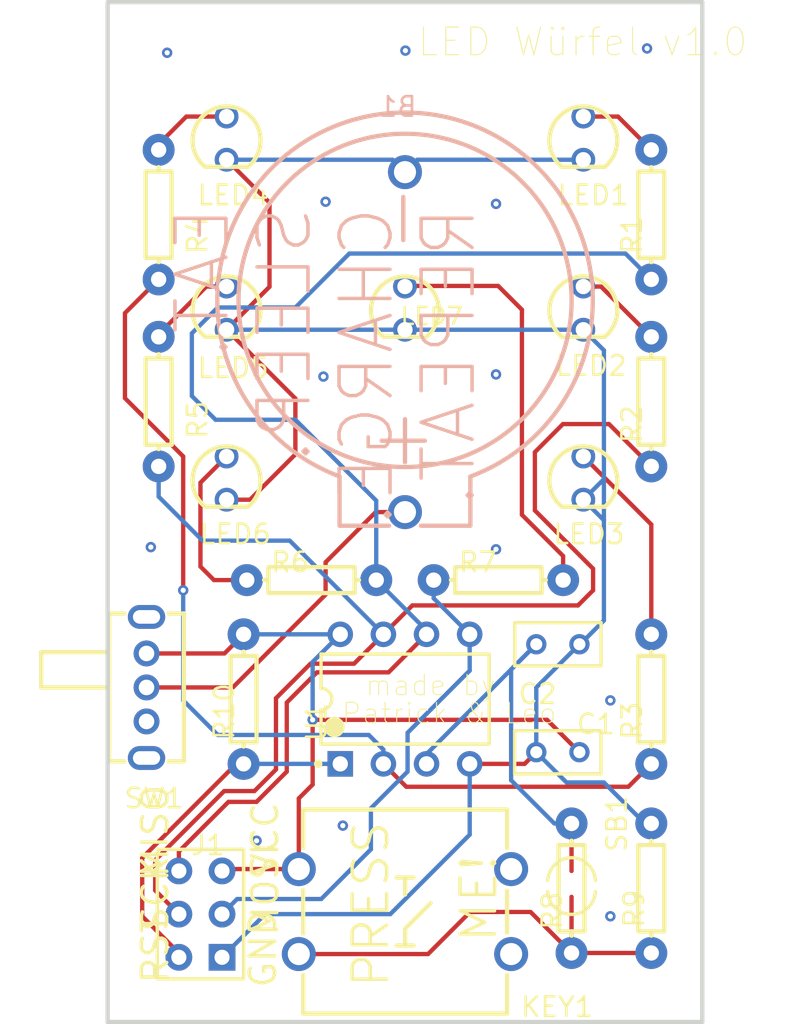
<source format=kicad_pcb>
(kicad_pcb (version 20221018) (generator pcbnew)
  (layers (0 "F.Cu" signal) (31 "B.Cu" signal) (34 "B.Paste" user) (35 "F.Paste" user) (36 "B.SilkS" user "B.Silkscreen") (37 "F.SilkS" user "F.Silkscreen") (38 "B.Mask" user) (39 "F.Mask" user) (44 "Edge.Cuts" user))
  (net 0 "")
  (footprint "easyeda:LED-TH_BD3.0_RED" (layer "F.Cu") (at 142.509 93.095)
    (fp_text reference "LED6" (at -1.682 3.298) (layer "F.SilkS") (effects (font (size 1.143 1.143) (thickness 0.152)) (justify left)))
    (fp_text value "LED-TH-3mm_R" hide)
    (fp_line (start -1.27 1.681) (end 1.278 1.687) (stroke (width 0.254)) (layer "F.SilkS"))
    (fp_arc (start -1.269 1.681) (mid -0.002292 -1.865624) (end 1.265452 1.68063) (stroke (width 0.254)) (layer "F.SilkS"))
    (pad "1" thru_hole circle (at 0 -1.27 90) (size 1.4 1.4) (drill 0.9) (layers "*.Cu" "*.Paste" "*.Mask"))
    (pad "2" thru_hole circle (at 0 1.27 90) (size 1.4 1.4) (drill 0.9) (layers "*.Cu" "*.Paste" "*.Mask"))
  )
  (footprint "easyeda:LED-TH_BD3.0_RED" (layer "F.Cu") (at 163.509 83.095)
    (fp_text reference "LED2" (at -1.743 3.392) (layer "F.SilkS") (effects (font (size 1.143 1.143) (thickness 0.152)) (justify left)))
    (fp_text value "LED-TH-3mm_R" hide)
    (fp_line (start -1.27 1.681) (end 1.278 1.687) (stroke (width 0.254)) (layer "F.SilkS"))
    (fp_arc (start -1.269 1.681) (mid -0.002292 -1.865624) (end 1.265452 1.68063) (stroke (width 0.254)) (layer "F.SilkS"))
    (pad "1" thru_hole circle (at 0 -1.27 90) (size 1.4 1.4) (drill 0.9) (layers "*.Cu" "*.Paste" "*.Mask"))
    (pad "2" thru_hole circle (at 0 1.27 90) (size 1.4 1.4) (drill 0.9) (layers "*.Cu" "*.Paste" "*.Mask"))
  )
  (footprint "easyeda:R_AXIAL-0.3" (layer "F.Cu") (at 158.509 99.095 180)
    (fp_text reference "R7" (at 2.426 1.051) (layer "F.SilkS") (effects (font (size 1.143 1.143) (thickness 0.152)) (justify left)))
    (fp_text value "680" hide)
    (fp_line (start -2.54 -0.762) (end 2.54 -0.762) (stroke (width 0.254)) (layer "F.SilkS"))
    (fp_line (start -2.54 0) (end -2.794 0) (stroke (width 0.254)) (layer "F.SilkS"))
    (fp_line (start -2.54 0) (end -2.54 -0.762) (stroke (width 0.254)) (layer "F.SilkS"))
    (fp_line (start -2.54 0.762) (end -2.54 0) (stroke (width 0.254)) (layer "F.SilkS"))
    (fp_line (start 2.54 -0.762) (end 2.54 0) (stroke (width 0.254)) (layer "F.SilkS"))
    (fp_line (start 2.54 0) (end 2.54 0.762) (stroke (width 0.254)) (layer "F.SilkS"))
    (fp_line (start 2.54 0) (end 2.794 0) (stroke (width 0.254)) (layer "F.SilkS"))
    (fp_line (start 2.54 0.762) (end -2.54 0.762) (stroke (width 0.254)) (layer "F.SilkS"))
    (pad "1" thru_hole circle (at -3.81 0 180) (size 1.88 1.88) (drill 0.899) (layers "*.Cu" "*.Paste" "*.Mask"))
    (pad "2" thru_hole circle (at 3.81 0 180) (size 1.88 1.88) (drill 0.899) (layers "*.Cu" "*.Paste" "*.Mask"))
  )
  (footprint "easyeda:LED-TH_BD3.0_RED" (layer "F.Cu") (at 153.009 83.095)
    (fp_text reference "LED7" (at -0.355 0.471) (layer "F.SilkS") (effects (font (thickness 0.152)) (justify left)))
    (fp_text value "LED-TH-3mm_R" hide)
    (fp_line (start -1.27 1.681) (end 1.278 1.687) (stroke (width 0.254)) (layer "F.SilkS"))
    (fp_arc (start -1.269 1.681) (mid -0.002292 -1.865624) (end 1.265452 1.68063) (stroke (width 0.254)) (layer "F.SilkS"))
    (pad "1" thru_hole circle (at 0 -1.27 90) (size 1.4 1.4) (drill 0.9) (layers "*.Cu" "*.Paste" "*.Mask"))
    (pad "2" thru_hole circle (at 0 1.27 90) (size 1.4 1.4) (drill 0.9) (layers "*.Cu" "*.Paste" "*.Mask"))
  )
  (footprint "easyeda:R_AXIAL-0.3" (layer "F.Cu") (at 167.509 77.595 -90)
    (fp_text reference "R1" (at 2.413 1.143 90) (layer "F.SilkS") (effects (font (size 1.143 1.143) (thickness 0.152)) (justify left)))
    (fp_text value "680" hide)
    (fp_line (start -2.54 -0.762) (end 2.54 -0.762) (stroke (width 0.254)) (layer "F.SilkS"))
    (fp_line (start -2.54 0) (end -2.794 0) (stroke (width 0.254)) (layer "F.SilkS"))
    (fp_line (start -2.54 0) (end -2.54 -0.762) (stroke (width 0.254)) (layer "F.SilkS"))
    (fp_line (start -2.54 0.762) (end -2.54 0) (stroke (width 0.254)) (layer "F.SilkS"))
    (fp_line (start 2.54 -0.762) (end 2.54 0) (stroke (width 0.254)) (layer "F.SilkS"))
    (fp_line (start 2.54 0) (end 2.54 0.762) (stroke (width 0.254)) (layer "F.SilkS"))
    (fp_line (start 2.54 0) (end 2.794 0) (stroke (width 0.254)) (layer "F.SilkS"))
    (fp_line (start 2.54 0.762) (end -2.54 0.762) (stroke (width 0.254)) (layer "F.SilkS"))
    (pad "1" thru_hole circle (at -3.81 0 270) (size 1.88 1.88) (drill 0.899) (layers "*.Cu" "*.Paste" "*.Mask"))
    (pad "2" thru_hole circle (at 3.81 0 270) (size 1.88 1.88) (drill 0.899) (layers "*.Cu" "*.Paste" "*.Mask"))
  )
  (footprint "easyeda:LED-TH_BD3.0_RED" (layer "F.Cu") (at 142.509 83.095)
    (fp_text reference "LED5" (at -1.809 3.519) (layer "F.SilkS") (effects (font (size 1.143 1.143) (thickness 0.152)) (justify left)))
    (fp_text value "LED-TH-3mm_R" hide)
    (fp_line (start -1.27 1.681) (end 1.278 1.687) (stroke (width 0.254)) (layer "F.SilkS"))
    (fp_arc (start -1.269 1.681) (mid -0.002292 -1.865624) (end 1.265452 1.68063) (stroke (width 0.254)) (layer "F.SilkS"))
    (pad "1" thru_hole circle (at 0 -1.27 90) (size 1.4 1.4) (drill 0.9) (layers "*.Cu" "*.Paste" "*.Mask"))
    (pad "2" thru_hole circle (at 0 1.27 90) (size 1.4 1.4) (drill 0.9) (layers "*.Cu" "*.Paste" "*.Mask"))
  )
  (footprint "easyeda:R_AXIAL-0.3" (layer "F.Cu") (at 147.509 99.095)
    (fp_text reference "R6" (at -2.475 -1.051) (layer "F.SilkS") (effects (font (size 1.143 1.143) (thickness 0.152)) (justify left)))
    (fp_text value "680" hide)
    (fp_line (start -2.54 -0.762) (end 2.54 -0.762) (stroke (width 0.254)) (layer "F.SilkS"))
    (fp_line (start -2.54 0) (end -2.794 0) (stroke (width 0.254)) (layer "F.SilkS"))
    (fp_line (start -2.54 0) (end -2.54 -0.762) (stroke (width 0.254)) (layer "F.SilkS"))
    (fp_line (start -2.54 0.762) (end -2.54 0) (stroke (width 0.254)) (layer "F.SilkS"))
    (fp_line (start 2.54 -0.762) (end 2.54 0) (stroke (width 0.254)) (layer "F.SilkS"))
    (fp_line (start 2.54 0) (end 2.54 0.762) (stroke (width 0.254)) (layer "F.SilkS"))
    (fp_line (start 2.54 0) (end 2.794 0) (stroke (width 0.254)) (layer "F.SilkS"))
    (fp_line (start 2.54 0.762) (end -2.54 0.762) (stroke (width 0.254)) (layer "F.SilkS"))
    (pad "1" thru_hole circle (at -3.81 0) (size 1.88 1.88) (drill 0.899) (layers "*.Cu" "*.Paste" "*.Mask"))
    (pad "2" thru_hole circle (at 3.81 0) (size 1.88 1.88) (drill 0.899) (layers "*.Cu" "*.Paste" "*.Mask"))
  )
  (footprint "easyeda:R_AXIAL-0.3" (layer "F.Cu") (at 167.509 106.095 -90)
    (fp_text reference "R3" (at 2.49 1.139 90) (layer "F.SilkS") (effects (font (size 1.143 1.143) (thickness 0.152)) (justify left)))
    (fp_text value "680" hide)
    (fp_line (start -2.54 -0.762) (end 2.54 -0.762) (stroke (width 0.254)) (layer "F.SilkS"))
    (fp_line (start -2.54 0) (end -2.794 0) (stroke (width 0.254)) (layer "F.SilkS"))
    (fp_line (start -2.54 0) (end -2.54 -0.762) (stroke (width 0.254)) (layer "F.SilkS"))
    (fp_line (start -2.54 0.762) (end -2.54 0) (stroke (width 0.254)) (layer "F.SilkS"))
    (fp_line (start 2.54 -0.762) (end 2.54 0) (stroke (width 0.254)) (layer "F.SilkS"))
    (fp_line (start 2.54 0) (end 2.54 0.762) (stroke (width 0.254)) (layer "F.SilkS"))
    (fp_line (start 2.54 0) (end 2.794 0) (stroke (width 0.254)) (layer "F.SilkS"))
    (fp_line (start 2.54 0.762) (end -2.54 0.762) (stroke (width 0.254)) (layer "F.SilkS"))
    (pad "1" thru_hole circle (at -3.81 0 270) (size 1.88 1.88) (drill 0.899) (layers "*.Cu" "*.Paste" "*.Mask"))
    (pad "2" thru_hole circle (at 3.81 0 270) (size 1.88 1.88) (drill 0.899) (layers "*.Cu" "*.Paste" "*.Mask"))
  )
  (footprint "easyeda:R_AXIAL-0.3" (layer "F.Cu") (at 167.509 88.595 -90)
    (fp_text reference "R2" (at 2.54 1.143 90) (layer "F.SilkS") (effects (font (size 1.143 1.143) (thickness 0.152)) (justify left)))
    (fp_text value "680" hide)
    (fp_line (start -2.54 -0.762) (end 2.54 -0.762) (stroke (width 0.254)) (layer "F.SilkS"))
    (fp_line (start -2.54 0) (end -2.794 0) (stroke (width 0.254)) (layer "F.SilkS"))
    (fp_line (start -2.54 0) (end -2.54 -0.762) (stroke (width 0.254)) (layer "F.SilkS"))
    (fp_line (start -2.54 0.762) (end -2.54 0) (stroke (width 0.254)) (layer "F.SilkS"))
    (fp_line (start 2.54 -0.762) (end 2.54 0) (stroke (width 0.254)) (layer "F.SilkS"))
    (fp_line (start 2.54 0) (end 2.54 0.762) (stroke (width 0.254)) (layer "F.SilkS"))
    (fp_line (start 2.54 0) (end 2.794 0) (stroke (width 0.254)) (layer "F.SilkS"))
    (fp_line (start 2.54 0.762) (end -2.54 0.762) (stroke (width 0.254)) (layer "F.SilkS"))
    (pad "1" thru_hole circle (at -3.81 0 270) (size 1.88 1.88) (drill 0.899) (layers "*.Cu" "*.Paste" "*.Mask"))
    (pad "2" thru_hole circle (at 3.81 0 270) (size 1.88 1.88) (drill 0.899) (layers "*.Cu" "*.Paste" "*.Mask"))
  )
  (footprint "easyeda:LED-TH_BD3.0_RED" (layer "F.Cu") (at 142.509 73.095)
    (fp_text reference "LED4" (at -1.809 3.359) (layer "F.SilkS") (effects (font (size 1.143 1.143) (thickness 0.152)) (justify left)))
    (fp_text value "LED-TH-3mm_R" hide)
    (fp_line (start -1.27 1.681) (end 1.278 1.687) (stroke (width 0.254)) (layer "F.SilkS"))
    (fp_arc (start -1.269 1.681) (mid -0.002292 -1.865624) (end 1.265452 1.68063) (stroke (width 0.254)) (layer "F.SilkS"))
    (pad "1" thru_hole circle (at 0 -1.27 90) (size 1.4 1.4) (drill 0.9) (layers "*.Cu" "*.Paste" "*.Mask"))
    (pad "2" thru_hole circle (at 0 1.27 90) (size 1.4 1.4) (drill 0.9) (layers "*.Cu" "*.Paste" "*.Mask"))
  )
  (footprint "easyeda:R_AXIAL-0.3" (layer "F.Cu") (at 162.814 117.221 -90)
    (fp_text reference "R8" (at 2.54 1.143 90) (layer "F.SilkS") (effects (font (size 1.143 1.143) (thickness 0.152)) (justify left)))
    (fp_text value "10k" hide)
    (fp_line (start -2.54 -0.762) (end 2.54 -0.762) (stroke (width 0.254)) (layer "F.SilkS"))
    (fp_line (start -2.54 0) (end -2.794 0) (stroke (width 0.254)) (layer "F.SilkS"))
    (fp_line (start -2.54 0) (end -2.54 -0.762) (stroke (width 0.254)) (layer "F.SilkS"))
    (fp_line (start -2.54 0.762) (end -2.54 0) (stroke (width 0.254)) (layer "F.SilkS"))
    (fp_line (start 2.54 -0.762) (end 2.54 0) (stroke (width 0.254)) (layer "F.SilkS"))
    (fp_line (start 2.54 0) (end 2.54 0.762) (stroke (width 0.254)) (layer "F.SilkS"))
    (fp_line (start 2.54 0) (end 2.794 0) (stroke (width 0.254)) (layer "F.SilkS"))
    (fp_line (start 2.54 0.762) (end -2.54 0.762) (stroke (width 0.254)) (layer "F.SilkS"))
    (pad "1" thru_hole circle (at -3.81 0 270) (size 1.88 1.88) (drill 0.899) (layers "*.Cu" "*.Paste" "*.Mask"))
    (pad "2" thru_hole circle (at 3.81 0 270) (size 1.88 1.88) (drill 0.899) (layers "*.Cu" "*.Paste" "*.Mask"))
  )
  (footprint "easyeda:R_AXIAL-0.3" (layer "F.Cu") (at 143.509 106.095 90)
    (fp_text reference "R10" (at -2.49 -1.142 90) (layer "F.SilkS") (effects (font (size 1.143 1.143) (thickness 0.152)) (justify left)))
    (fp_text value "10k" hide)
    (fp_line (start -2.54 -0.762) (end 2.54 -0.762) (stroke (width 0.254)) (layer "F.SilkS"))
    (fp_line (start -2.54 0) (end -2.794 0) (stroke (width 0.254)) (layer "F.SilkS"))
    (fp_line (start -2.54 0) (end -2.54 -0.762) (stroke (width 0.254)) (layer "F.SilkS"))
    (fp_line (start -2.54 0.762) (end -2.54 0) (stroke (width 0.254)) (layer "F.SilkS"))
    (fp_line (start 2.54 -0.762) (end 2.54 0) (stroke (width 0.254)) (layer "F.SilkS"))
    (fp_line (start 2.54 0) (end 2.54 0.762) (stroke (width 0.254)) (layer "F.SilkS"))
    (fp_line (start 2.54 0) (end 2.794 0) (stroke (width 0.254)) (layer "F.SilkS"))
    (fp_line (start 2.54 0.762) (end -2.54 0.762) (stroke (width 0.254)) (layer "F.SilkS"))
    (pad "1" thru_hole circle (at -3.81 0 90) (size 1.88 1.88) (drill 0.899) (layers "*.Cu" "*.Paste" "*.Mask"))
    (pad "2" thru_hole circle (at 3.81 0 90) (size 1.88 1.88) (drill 0.899) (layers "*.Cu" "*.Paste" "*.Mask"))
  )
  (footprint "easyeda:R_AXIAL-0.3" (layer "F.Cu") (at 138.509 77.595 -90)
    (fp_text reference "R4" (at 2.413 -2.286 90) (layer "F.SilkS") (effects (font (size 1.143 1.143) (thickness 0.152)) (justify left)))
    (fp_text value "680" hide)
    (fp_line (start -2.54 -0.762) (end 2.54 -0.762) (stroke (width 0.254)) (layer "F.SilkS"))
    (fp_line (start -2.54 0) (end -2.794 0) (stroke (width 0.254)) (layer "F.SilkS"))
    (fp_line (start -2.54 0) (end -2.54 -0.762) (stroke (width 0.254)) (layer "F.SilkS"))
    (fp_line (start -2.54 0.762) (end -2.54 0) (stroke (width 0.254)) (layer "F.SilkS"))
    (fp_line (start 2.54 -0.762) (end 2.54 0) (stroke (width 0.254)) (layer "F.SilkS"))
    (fp_line (start 2.54 0) (end 2.54 0.762) (stroke (width 0.254)) (layer "F.SilkS"))
    (fp_line (start 2.54 0) (end 2.794 0) (stroke (width 0.254)) (layer "F.SilkS"))
    (fp_line (start 2.54 0.762) (end -2.54 0.762) (stroke (width 0.254)) (layer "F.SilkS"))
    (pad "1" thru_hole circle (at -3.81 0 270) (size 1.88 1.88) (drill 0.899) (layers "*.Cu" "*.Paste" "*.Mask"))
    (pad "2" thru_hole circle (at 3.81 0 270) (size 1.88 1.88) (drill 0.899) (layers "*.Cu" "*.Paste" "*.Mask"))
  )
  (footprint "easyeda:R_AXIAL-0.3" (layer "F.Cu") (at 167.509 117.221 -90)
    (fp_text reference "R9" (at 2.413 1.016 90) (layer "F.SilkS") (effects (font (size 1.143 1.143) (thickness 0.152)) (justify left)))
    (fp_text value "10k" hide)
    (fp_line (start -2.54 -0.762) (end 2.54 -0.762) (stroke (width 0.254)) (layer "F.SilkS"))
    (fp_line (start -2.54 0) (end -2.794 0) (stroke (width 0.254)) (layer "F.SilkS"))
    (fp_line (start -2.54 0) (end -2.54 -0.762) (stroke (width 0.254)) (layer "F.SilkS"))
    (fp_line (start -2.54 0.762) (end -2.54 0) (stroke (width 0.254)) (layer "F.SilkS"))
    (fp_line (start 2.54 -0.762) (end 2.54 0) (stroke (width 0.254)) (layer "F.SilkS"))
    (fp_line (start 2.54 0) (end 2.54 0.762) (stroke (width 0.254)) (layer "F.SilkS"))
    (fp_line (start 2.54 0) (end 2.794 0) (stroke (width 0.254)) (layer "F.SilkS"))
    (fp_line (start 2.54 0.762) (end -2.54 0.762) (stroke (width 0.254)) (layer "F.SilkS"))
    (pad "1" thru_hole circle (at -3.81 0 270) (size 1.88 1.88) (drill 0.899) (layers "*.Cu" "*.Paste" "*.Mask"))
    (pad "2" thru_hole circle (at 3.81 0 270) (size 1.88 1.88) (drill 0.899) (layers "*.Cu" "*.Paste" "*.Mask"))
  )
  (footprint "easyeda:RAD-0.1" (layer "F.Cu") (at 162.009 102.87 180)
    (fp_text reference "C2" (at 2.413 -2.921) (layer "F.SilkS") (effects (font (size 1.143 1.143) (thickness 0.152)) (justify left)))
    (fp_text value "100n" hide)
    (fp_line (start -2.543 -1.267) (end -2.543 1.273) (stroke (width 0.201)) (layer "F.SilkS"))
    (fp_line (start -2.543 1.273) (end 2.537 1.273) (stroke (width 0.201)) (layer "F.SilkS"))
    (fp_line (start 2.537 -1.267) (end -2.543 -1.267) (stroke (width 0.201)) (layer "F.SilkS"))
    (fp_line (start 2.537 1.273) (end 2.537 -1.267) (stroke (width 0.201)) (layer "F.SilkS"))
    (pad "1" thru_hole circle (at -1.27 0 180) (size 1.194 1.194) (drill 0.711) (layers "*.Cu" "*.Paste" "*.Mask"))
    (pad "2" thru_hole circle (at 1.27 0 180) (size 1.194 1.194) (drill 0.711) (layers "*.Cu" "*.Paste" "*.Mask"))
  )
  (footprint "easyeda:RAD-0.1" (layer "F.Cu") (at 162.009 109.22)
    (fp_text reference "C1" (at 1.016 -1.651) (layer "F.SilkS") (effects (font (size 1.143 1.143) (thickness 0.152)) (justify left)))
    (fp_text value "100n" hide)
    (fp_line (start -2.543 -1.267) (end -2.543 1.273) (stroke (width 0.201)) (layer "F.SilkS"))
    (fp_line (start -2.543 1.273) (end 2.537 1.273) (stroke (width 0.201)) (layer "F.SilkS"))
    (fp_line (start 2.537 -1.267) (end -2.543 -1.267) (stroke (width 0.201)) (layer "F.SilkS"))
    (fp_line (start 2.537 1.273) (end 2.537 -1.267) (stroke (width 0.201)) (layer "F.SilkS"))
    (pad "1" thru_hole circle (at -1.27 0) (size 1.194 1.194) (drill 0.711) (layers "*.Cu" "*.Paste" "*.Mask"))
    (pad "2" thru_hole circle (at 1.27 0) (size 1.194 1.194) (drill 0.711) (layers "*.Cu" "*.Paste" "*.Mask"))
  )
  (footprint "easyeda:SOLDER BRIDGE 2P UNBRIDGED" (layer "F.Cu") (at 162.814 117.094 90)
    (fp_text reference "SB1" (at 1.905 2.667 90) (layer "F.SilkS") (effects (font (size 1.143 1.143) (thickness 0.152)) (justify left)))
    (fp_text value "Solder bridge" hide)
    (fp_arc (start -0.316 1.4) (mid -1.667857 0.000183) (end -0.316365 -1.399987) (stroke (width 0.2)) (layer "F.SilkS"))
    (fp_arc (start 0.316 -1.4) (mid 1.667857 -0.000183) (end 0.316365 1.399987) (stroke (width 0.2)) (layer "F.SilkS"))
    (pad "1" smd circle (at -1.016 0 90) (size 0.125 0.125) (layers "F.Cu" "F.Paste" "F.Mask"))
    (pad "2" smd circle (at 1.016 0 90) (size 0.125 0.125) (layers "F.Cu" "F.Paste" "F.Mask"))
  )
  (footprint "easyeda:KEY-TH_4P-L12.0-W12.0-P5.00-LS13.4-EH" (layer "F.Cu") (at 153.009 118.595)
    (fp_text reference "KEY1" (at 6.733 5.611) (layer "F.SilkS") (effects (font (size 1.143 1.143) (thickness 0.152)) (justify left)))
    (fp_text value "B3F-4055" hide)
    (fp_line (start -5.99 -6.003) (end 6.01 -6.003) (stroke (width 0.254)) (layer "F.SilkS"))
    (fp_line (start -5.99 -3.757) (end -5.99 -6.003) (stroke (width 0.254)) (layer "F.SilkS"))
    (fp_line (start -5.99 -1.26) (end -5.99 1.287) (stroke (width 0.254)) (layer "F.SilkS"))
    (fp_line (start -5.99 5.997) (end -5.99 3.731) (stroke (width 0.254)) (layer "F.SilkS"))
    (fp_line (start -0.49 -2.003) (end 0.51 -2.003) (stroke (width 0.254)) (layer "F.SilkS"))
    (fp_line (start -0.49 1.997) (end 0.51 1.997) (stroke (width 0.254)) (layer "F.SilkS"))
    (fp_line (start 0.01 -1.003) (end 0.01 -2.003) (stroke (width 0.254)) (layer "F.SilkS"))
    (fp_line (start 0.01 0.997) (end 1.51 -0.503) (stroke (width 0.254)) (layer "F.SilkS"))
    (fp_line (start 0.01 1.997) (end 0.01 0.997) (stroke (width 0.254)) (layer "F.SilkS"))
    (fp_line (start 6.01 -6.003) (end 6.01 -3.72) (stroke (width 0.254)) (layer "F.SilkS"))
    (fp_line (start 6.01 -1.227) (end 6.01 1.244) (stroke (width 0.254)) (layer "F.SilkS"))
    (fp_line (start 6.01 3.731) (end 6.01 5.997) (stroke (width 0.254)) (layer "F.SilkS"))
    (fp_line (start 6.01 5.997) (end -5.99 5.997) (stroke (width 0.254)) (layer "F.SilkS"))
    (pad "" np_thru_hole circle (at 0 -4.5) (size 1.8 1.8) (drill 1.8) (layers "F&B.Cu" "*.Mask"))
    (pad "" np_thru_hole circle (at 0 4.5) (size 1.8 1.8) (drill 1.8) (layers "F&B.Cu" "*.Mask"))
    (pad "1" thru_hole circle (at 6.25 2.5) (size 2 2) (drill 1.3) (layers "*.Cu" "*.Paste" "*.Mask"))
    (pad "2" thru_hole circle (at -6.25 2.5) (size 2 2) (drill 1.3) (layers "*.Cu" "*.Paste" "*.Mask"))
    (pad "3" thru_hole circle (at 6.25 -2.5) (size 2 2) (drill 1.3) (layers "*.Cu" "*.Paste" "*.Mask"))
    (pad "4" thru_hole circle (at -6.25 -2.5) (size 2 2) (drill 1.3) (layers "*.Cu" "*.Paste" "*.Mask"))
  )
  (footprint "easyeda:LED-TH_BD3.0_RED" (layer "F.Cu") (at 163.509 73.095)
    (fp_text reference "LED1" (at -1.616 3.359) (layer "F.SilkS") (effects (font (size 1.143 1.143) (thickness 0.152)) (justify left)))
    (fp_text value "LED-TH-3mm_R" hide)
    (fp_line (start -1.27 1.681) (end 1.278 1.687) (stroke (width 0.254)) (layer "F.SilkS"))
    (fp_arc (start -1.269 1.681) (mid -0.002292 -1.865624) (end 1.265452 1.68063) (stroke (width 0.254)) (layer "F.SilkS"))
    (pad "1" thru_hole circle (at 0 -1.27 90) (size 1.4 1.4) (drill 0.9) (layers "*.Cu" "*.Paste" "*.Mask"))
    (pad "2" thru_hole circle (at 0 1.27 90) (size 1.4 1.4) (drill 0.9) (layers "*.Cu" "*.Paste" "*.Mask"))
  )
  (footprint "easyeda:SW-TH_SK12D07VG4" (layer "F.Cu") (at 137.795 105.41 -90)
    (fp_text reference "SW1" (at 6.522 1.397) (layer "F.SilkS") (effects (font (size 1.143 1.143) (thickness 0.152)) (justify left)))
    (fp_text value "SK12D07VG4" hide)
    (fp_line (start -4.35 -2.2) (end 4.35 -2.2) (stroke (width 0.254)) (layer "F.SilkS"))
    (fp_line (start -4.349 -1.31) (end -4.349 -2.2) (stroke (width 0.254)) (layer "F.SilkS"))
    (fp_line (start -4.349 2.199) (end -4.349 1.31) (stroke (width 0.254)) (layer "F.SilkS"))
    (fp_line (start -2.075 2.2) (end -2.075 6.2) (stroke (width 0.254)) (layer "F.SilkS"))
    (fp_line (start -2.075 6.2) (end 0 6.2) (stroke (width 0.254)) (layer "F.SilkS"))
    (fp_line (start 0 6.2) (end 0 2.2) (stroke (width 0.254)) (layer "F.SilkS"))
    (fp_line (start 4.35 -2.2) (end 4.35 -1.309) (stroke (width 0.254)) (layer "F.SilkS"))
    (fp_line (start 4.35 1.309) (end 4.35 2.199) (stroke (width 0.254)) (layer "F.SilkS"))
    (fp_line (start 4.351 2.199) (end -4.349 2.199) (stroke (width 0.254)) (layer "F.SilkS"))
    (pad "1" thru_hole circle (at -2 0 270) (size 1.524 1.524) (drill 0.914) (layers "*.Cu" "*.Paste" "*.Mask"))
    (pad "2" thru_hole circle (at 0 0 270) (size 1.524 1.524) (drill 0.914) (layers "*.Cu" "*.Paste" "*.Mask"))
    (pad "3" thru_hole circle (at 2 0 270) (size 1.524 1.524) (drill 0.914) (layers "*.Cu" "*.Paste" "*.Mask"))
    (pad "4" thru_hole oval (at 4.15 0 270) (size 1.4 2.2) (drill oval 0.8 1.6) (layers "*.Cu" "*.Paste" "*.Mask"))
    (pad "5" thru_hole oval (at -4.15 0 270) (size 1.4 2.2) (drill oval 0.8 1.6) (layers "*.Cu" "*.Paste" "*.Mask"))
  )
  (footprint "easyeda:DIP-8_L9.3-W6.4-P2.54-LS7.6-BL-1" (layer "F.Cu") (at 153.009 106.095)
    (fp_text reference "U1" (at -5.205 2.585 90) (layer "F.SilkS") (effects (font (size 1.143 1.143) (thickness 0.152)) (justify left)))
    (fp_text value "ATTINY13A-PU" hide)
    (fp_line (start -4.94 -2.649) (end 4.961 -2.649) (stroke (width 0.2)) (layer "F.SilkS"))
    (fp_line (start -4.94 -0.64) (end -4.94 -0.635) (stroke (width 0.2)) (layer "F.SilkS"))
    (fp_line (start -4.94 -0.635) (end -4.94 -2.649) (stroke (width 0.2)) (layer "F.SilkS"))
    (fp_line (start -4.94 0.635) (end -4.94 0.64) (stroke (width 0.2)) (layer "F.SilkS"))
    (fp_line (start -4.94 2.649) (end -4.94 0.635) (stroke (width 0.2)) (layer "F.SilkS"))
    (fp_line (start 4.961 -2.649) (end 4.961 2.649) (stroke (width 0.2)) (layer "F.SilkS"))
    (fp_line (start 4.961 2.649) (end -4.94 2.649) (stroke (width 0.2)) (layer "F.SilkS"))
    (fp_arc (start -5.235 3.807) (mid -4.984986 3.809746) (end -5.235015 3.80954) (stroke (width 0.25)) (layer "F.SilkS"))
    (fp_arc (start -4.94 -0.63) (mid -4.305 0.005) (end -4.94 0.64) (stroke (width 0.2)) (layer "F.SilkS"))
    (fp_arc (start -4.45 1.646) (mid -3.849994 1.647476) (end -4.449991 1.651079) (stroke (width 0.6)) (layer "F.SilkS"))
    (pad "1" thru_hole rect (at -3.81 3.81) (size 1.5 1.5) (drill 0.9) (layers "*.Cu" "*.Paste" "*.Mask"))
    (pad "2" thru_hole circle (at -1.27 3.81 90) (size 1.5 1.5) (drill 0.9) (layers "*.Cu" "*.Paste" "*.Mask"))
    (pad "3" thru_hole circle (at 1.27 3.81 90) (size 1.5 1.5) (drill 0.9) (layers "*.Cu" "*.Paste" "*.Mask"))
    (pad "4" thru_hole circle (at 3.81 3.81 90) (size 1.5 1.5) (drill 0.9) (layers "*.Cu" "*.Paste" "*.Mask"))
    (pad "5" thru_hole circle (at 3.81 -3.81 90) (size 1.5 1.5) (drill 0.9) (layers "*.Cu" "*.Paste" "*.Mask"))
    (pad "6" thru_hole circle (at 1.27 -3.81 90) (size 1.5 1.5) (drill 0.9) (layers "*.Cu" "*.Paste" "*.Mask"))
    (pad "7" thru_hole circle (at -1.27 -3.81 90) (size 1.5 1.5) (drill 0.9) (layers "*.Cu" "*.Paste" "*.Mask"))
    (pad "8" thru_hole circle (at -3.81 -3.81 90) (size 1.5 1.5) (drill 0.9) (layers "*.Cu" "*.Paste" "*.Mask"))
  )
  (footprint "easyeda:BAT-TH_BS-2-1" (layer "F.Cu") (at 153.009 85.095)
    (fp_text reference "B1" (at 0.788 -13.848) (layer "B.SilkS") (effects (font (size 1.143 1.143) (thickness 0.152)) (justify left mirror)))
    (fp_text value "CR2032-BS-2-1" hide)
    (fp_line (start -3.85 10.8) (end -3.85 7.9) (stroke (width 0.254)) (layer "B.SilkS"))
    (fp_line (start -1.37 5.8) (end 1.17 5.8) (stroke (width 0.254)) (layer "B.SilkS"))
    (fp_line (start -0.935 10.8) (end -3.85 10.8) (stroke (width 0.254)) (layer "B.SilkS"))
    (fp_line (start -0.1 -6) (end -0.1 -8.54) (stroke (width 0.254)) (layer "B.SilkS"))
    (fp_line (start 0 7.07) (end 0 4.53) (stroke (width 0.254)) (layer "B.SilkS"))
    (fp_line (start 3.85 10.8) (end 0.935 10.8) (stroke (width 0.254)) (layer "B.SilkS"))
    (fp_line (start 3.85 10.8) (end 3.85 8) (stroke (width 0.254)) (layer "B.SilkS"))
    (fp_arc (start -4.2 6.4) (mid 4.165897 -11.332807) (end -4.111691 6.441394) (stroke (width 0.254)) (layer "B.SilkS"))
    (fp_arc (start -3.85 7.9) (mid 0.015546 -13.506233) (end 3.840226 7.907339) (stroke (width 0.254)) (layer "B.SilkS"))
    (pad "1" thru_hole circle (at 0 10 270) (size 2 2) (drill 1.3) (layers "*.Cu" "*.Paste" "*.Mask"))
    (pad "2" thru_hole circle (at 0 -10 270) (size 2 2) (drill 1.3) (layers "*.Cu" "*.Paste" "*.Mask"))
  )
  (footprint "easyeda:HDR-M-2.54_2X3" (layer "F.Cu") (at 142.24 121.285 90)
    (fp_text reference "J1" (at 6.604 -1.905) (layer "F.SilkS") (effects (font (size 1.143 1.143) (thickness 0.152)) (justify left)))
    (fp_text value "ICSP" hide)
    (fp_line (start -1.27 -3.81) (end -1.27 1.27) (stroke (width 0.203)) (layer "F.SilkS"))
    (fp_line (start -1.27 1.27) (end 6.35 1.27) (stroke (width 0.203)) (layer "F.SilkS"))
    (fp_line (start 6.35 -3.81) (end -1.27 -3.81) (stroke (width 0.203)) (layer "F.SilkS"))
    (fp_line (start 6.35 1.27) (end 1.482 1.27) (stroke (width 0.203)) (layer "F.SilkS"))
    (fp_line (start 6.35 1.27) (end 6.35 -3.81) (stroke (width 0.203)) (layer "F.SilkS"))
    (pad "1" thru_hole rect (at 0 0 90) (size 1.575 1.575) (drill 0.889) (layers "*.Cu" "*.Paste" "*.Mask"))
    (pad "2" thru_hole circle (at 0 -2.54 90) (size 1.575 1.575) (drill 0.889) (layers "*.Cu" "*.Paste" "*.Mask"))
    (pad "3" thru_hole circle (at 2.54 0 90) (size 1.575 1.575) (drill 0.889) (layers "*.Cu" "*.Paste" "*.Mask"))
    (pad "4" thru_hole circle (at 2.54 -2.54 90) (size 1.575 1.575) (drill 0.889) (layers "*.Cu" "*.Paste" "*.Mask"))
    (pad "5" thru_hole circle (at 5.08 0 90) (size 1.575 1.575) (drill 0.889) (layers "*.Cu" "*.Paste" "*.Mask"))
    (pad "6" thru_hole circle (at 5.08 -2.54 90) (size 1.575 1.575) (drill 0.889) (layers "*.Cu" "*.Paste" "*.Mask"))
  )
  (footprint "easyeda:R_AXIAL-0.3" (layer "F.Cu") (at 138.509 88.595 -90)
    (fp_text reference "R5" (at 2.286 -2.286 90) (layer "F.SilkS") (effects (font (size 1.143 1.143) (thickness 0.152)) (justify left)))
    (fp_text value "680" hide)
    (fp_line (start -2.54 -0.762) (end 2.54 -0.762) (stroke (width 0.254)) (layer "F.SilkS"))
    (fp_line (start -2.54 0) (end -2.794 0) (stroke (width 0.254)) (layer "F.SilkS"))
    (fp_line (start -2.54 0) (end -2.54 -0.762) (stroke (width 0.254)) (layer "F.SilkS"))
    (fp_line (start -2.54 0.762) (end -2.54 0) (stroke (width 0.254)) (layer "F.SilkS"))
    (fp_line (start 2.54 -0.762) (end 2.54 0) (stroke (width 0.254)) (layer "F.SilkS"))
    (fp_line (start 2.54 0) (end 2.54 0.762) (stroke (width 0.254)) (layer "F.SilkS"))
    (fp_line (start 2.54 0) (end 2.794 0) (stroke (width 0.254)) (layer "F.SilkS"))
    (fp_line (start 2.54 0.762) (end -2.54 0.762) (stroke (width 0.254)) (layer "F.SilkS"))
    (pad "1" thru_hole circle (at -3.81 0 270) (size 1.88 1.88) (drill 0.899) (layers "*.Cu" "*.Paste" "*.Mask"))
    (pad "2" thru_hole circle (at 3.81 0 270) (size 1.88 1.88) (drill 0.899) (layers "*.Cu" "*.Paste" "*.Mask"))
  )
  (footprint "easyeda:LED-TH_BD3.0_RED" (layer "F.Cu") (at 163.509 93.095)
    (fp_text reference "LED3" (at -1.87 3.298) (layer "F.SilkS") (effects (font (size 1.143 1.143) (thickness 0.152)) (justify left)))
    (fp_text value "LED-TH-3mm_R" hide)
    (fp_line (start -1.27 1.681) (end 1.278 1.687) (stroke (width 0.254)) (layer "F.SilkS"))
    (fp_arc (start -1.269 1.681) (mid -0.002292 -1.865624) (end 1.265452 1.68063) (stroke (width 0.254)) (layer "F.SilkS"))
    (pad "1" thru_hole circle (at 0 -1.27 90) (size 1.4 1.4) (drill 0.9) (layers "*.Cu" "*.Paste" "*.Mask"))
    (pad "2" thru_hole circle (at 0 1.27 90) (size 1.4 1.4) (drill 0.9) (layers "*.Cu" "*.Paste" "*.Mask"))
  )
  (gr_line (start 135.509 65.095) (end 170.509 65.095) (stroke (width 0.254)) (layer "Edge.Cuts"))
  (gr_line (start 170.509 125.095) (end 135.509 125.095) (stroke (width 0.254)) (layer "Edge.Cuts"))
  (gr_line (start 135.509 125.095) (end 135.509 65.095) (stroke (width 0.254)) (layer "Edge.Cuts"))
  (gr_line (start 170.509 65.095) (end 170.509 125.095) (stroke (width 0.254)) (layer "Edge.Cuts"))
  (gr_text "EAT. \nSLEEP.\nCHARGE.\nREPEAT." (at 148.336 76.962 90) (layer "B.SilkS") (effects (font (size 3 3) (thickness 0.203)) (justify left mirror)))
  (gr_text "MISO" (at 138.303 116.713 90) (layer "F.SilkS") (effects (font (size 1.5 1.5) (thickness 0.203)) (justify left)))
  (gr_text "MOSI" (at 144.78 120.142 90) (layer "F.SilkS") (effects (font (size 1.5 1.5) (thickness 0.203)) (justify left)))
  (gr_text "VCC" (at 144.78 116.586 90) (layer "F.SilkS") (effects (font (size 1.5 1.5) (thickness 0.203)) (justify left)))
  (gr_text "LED Würfel v1.0" (at 153.67 67.437) (layer "F.SilkS") (effects (font (size 1.626 1.626) (thickness 0.061)) (justify left)))
  (gr_text "PRESS" (at 151.003 123.19 90) (layer "F.SilkS") (effects (font (size 2.032 2.032) (thickness 0.203)) (justify left)))
  (gr_text "RST" (at 138.303 122.936 90) (layer "F.SilkS") (effects (font (size 1.5 1.5) (thickness 0.203)) (justify left)))
  (gr_text "made by" (at 150.622 105.283) (layer "F.SilkS") (effects (font (size 1.2 1.2) (thickness 0.061)) (justify left)))
  (gr_text "GND" (at 144.653 123.19 90) (layer "F.SilkS") (effects (font (size 1.5 1.5) (thickness 0.203)) (justify left)))
  (gr_text "SCK" (at 138.303 119.888 90) (layer "F.SilkS") (effects (font (size 1.5 1.5) (thickness 0.203)) (justify left)))
  (gr_text "Patrick & Leo" (at 149.225 106.934) (layer "F.SilkS") (effects (font (size 1.2 1.2) (thickness 0.061)) (justify left)))
  (gr_text "ME!" (at 157.353 120.523 90) (layer "F.SilkS") (effects (font (size 2.032 2.032) (thickness 0.203)) (justify left)))
  (segment (start 142.509 81.826) (end 141.313 81.826) (width 0.254) (layer "F.Cu") (net 0))
  (segment (start 140.137 71.826) (end 138.509 73.454) (width 0.254) (layer "F.Cu") (net 0))
  (segment (start 139.7 116.205) (end 139.7 115.062) (width 0.254) (layer "F.Cu") (net 0))
  (segment (start 142.875 105.41) (end 148.336 99.949) (width 0.254) (layer "F.Cu") (net 0))
  (segment (start 161.374 107.315) (end 163.279 109.22) (width 0.254) (layer "F.Cu") (net 0))
  (segment (start 164.084 98.425) (end 164.084 99.695) (width 0.254) (layer "F.Cu") (net 0))
  (segment (start 144.272 112.141) (end 146.05 110.363) (width 0.254) (layer "F.Cu") (net 0))
  (segment (start 146.759 116.095) (end 142.35 116.095) (width 0.254) (layer "F.Cu") (net 0))
  (segment (start 164.549 81.825) (end 167.509 84.785) (width 0.254) (layer "F.Cu") (net 0))
  (segment (start 145.415 106.045) (end 147.447 104.013) (width 0.254) (layer "F.Cu") (net 0))
  (segment (start 147.447 104.013) (end 150.01 104.013) (width 0.254) (layer "F.Cu") (net 0))
  (segment (start 140.97 93.364) (end 140.97 98.298) (width 0.254) (layer "F.Cu") (net 0))
  (segment (start 142.509 91.825) (end 140.97 93.364) (width 0.254) (layer "F.Cu") (net 0))
  (segment (start 143.078 109.906) (end 143.51 109.906) (width 0.254) (layer "F.Cu") (net 0))
  (segment (start 146.558 91.694) (end 143.887 94.365) (width 0.254) (layer "F.Cu") (net 0))
  (segment (start 145.415 110.236) (end 145.415 106.045) (width 0.254) (layer "F.Cu") (net 0))
  (segment (start 167.508 92.405) (end 165.019 89.916) (width 0.254) (layer "F.Cu") (net 0))
  (segment (start 137.541 118.872) (end 137.541 115.443) (width 0.254) (layer "F.Cu") (net 0))
  (segment (start 162.306 89.916) (end 160.655 91.567) (width 0.254) (layer "F.Cu") (net 0))
  (segment (start 142.509 74.365) (end 145.034 76.89) (width 0.254) (layer "F.Cu") (net 0))
  (segment (start 142.384 103.41) (end 137.795 103.41) (width 0.254) (layer "F.Cu") (net 0))
  (segment (start 166.162 111.252) (end 167.509 109.905) (width 0.254) (layer "F.Cu") (net 0))
  (segment (start 162.319 97.676) (end 162.319 99.096) (width 0.254) (layer "F.Cu") (net 0))
  (segment (start 165.019 89.916) (end 162.306 89.916) (width 0.254) (layer "F.Cu") (net 0))
  (segment (start 136.525 88.392) (end 139.954 91.821) (width 0.254) (layer "F.Cu") (net 0))
  (segment (start 139.954 91.821) (end 139.954 99.695) (width 0.254) (layer "F.Cu") (net 0))
  (segment (start 150.01 104.013) (end 151.74 102.286) (width 0.254) (layer "F.Cu") (net 0))
  (segment (start 142.621 112.141) (end 144.272 112.141) (width 0.254) (layer "F.Cu") (net 0))
  (segment (start 160.655 94.996) (end 164.084 98.425) (width 0.254) (layer "F.Cu") (net 0))
  (segment (start 146.759 111.94) (end 147.574 111.125) (width 0.254) (layer "F.Cu") (net 0))
  (segment (start 145.034 76.89) (end 145.034 81.84) (width 0.254) (layer "F.Cu") (net 0))
  (segment (start 156.845 118.618) (end 160.401 118.618) (width 0.254) (layer "F.Cu") (net 0))
  (segment (start 146.759 116.095) (end 146.759 111.94) (width 0.254) (layer "F.Cu") (net 0))
  (segment (start 153.441 100.584) (end 151.74 102.286) (width 0.254) (layer "F.Cu") (net 0))
  (segment (start 148.336 98.044) (end 151.285 95.095) (width 0.254) (layer "F.Cu") (net 0))
  (segment (start 143.887 94.365) (end 142.509 94.365) (width 0.254) (layer "F.Cu") (net 0))
  (segment (start 164.084 99.695) (end 163.195 100.584) (width 0.254) (layer "F.Cu") (net 0))
  (segment (start 158.496 81.788) (end 159.893 83.185) (width 0.254) (layer "F.Cu") (net 0))
  (segment (start 167.509 95.825) (end 167.509 102.285) (width 0.254) (layer "F.Cu") (net 0))
  (segment (start 162.814 121.031) (end 162.814 117.729) (width 0.254) (layer "F.Cu") (net 0))
  (segment (start 144.145 111.506) (end 145.415 110.236) (width 0.254) (layer "F.Cu") (net 0))
  (segment (start 146.759 121.095) (end 154.368 121.095) (width 0.254) (layer "F.Cu") (net 0))
  (segment (start 146.05 106.299) (end 147.828 104.521) (width 0.254) (layer "F.Cu") (net 0))
  (segment (start 153.045 81.788) (end 158.496 81.788) (width 0.254) (layer "F.Cu") (net 0))
  (segment (start 153.01 81.826) (end 153.045 81.788) (width 0.254) (layer "F.Cu") (net 0))
  (segment (start 138.303 117.348) (end 138.303 115.57) (width 0.254) (layer "F.Cu") (net 0))
  (segment (start 147.574 111.125) (end 147.574 107.315) (width 0.254) (layer "F.Cu") (net 0))
  (segment (start 160.054 109.905) (end 156.819 109.905) (width 0.254) (layer "F.Cu") (net 0))
  (segment (start 147.574 107.315) (end 161.374 107.315) (width 0.254) (layer "F.Cu") (net 0))
  (segment (start 138.509 84.63) (end 138.509 84.785) (width 0.254) (layer "F.Cu") (net 0))
  (segment (start 160.401 118.618) (end 162.814 121.031) (width 0.254) (layer "F.Cu") (net 0))
  (segment (start 142.509 71.826) (end 140.137 71.826) (width 0.254) (layer "F.Cu") (net 0))
  (segment (start 139.7 115.062) (end 142.621 112.141) (width 0.254) (layer "F.Cu") (net 0))
  (segment (start 152.042 104.521) (end 154.28 102.286) (width 0.254) (layer "F.Cu") (net 0))
  (segment (start 139.7 121.285) (end 139.7 121.031) (width 0.254) (layer "F.Cu") (net 0))
  (segment (start 141.767 99.095) (end 143.699 99.095) (width 0.254) (layer "F.Cu") (net 0))
  (segment (start 140.97 98.298) (end 141.767 99.095) (width 0.254) (layer "F.Cu") (net 0))
  (segment (start 146.05 110.363) (end 146.05 106.299) (width 0.254) (layer "F.Cu") (net 0))
  (segment (start 137.541 115.443) (end 143.078 109.906) (width 0.254) (layer "F.Cu") (net 0))
  (segment (start 159.893 83.185) (end 159.893 95.25) (width 0.254) (layer "F.Cu") (net 0))
  (segment (start 136.525 83.388) (end 136.525 88.392) (width 0.254) (layer "F.Cu") (net 0))
  (segment (start 163.51 71.826) (end 165.55 71.826) (width 0.254) (layer "F.Cu") (net 0))
  (segment (start 163.509 91.825) (end 167.509 95.825) (width 0.254) (layer "F.Cu") (net 0))
  (segment (start 163.195 100.584) (end 153.441 100.584) (width 0.254) (layer "F.Cu") (net 0))
  (segment (start 141.313 81.826) (end 138.509 84.63) (width 0.254) (layer "F.Cu") (net 0))
  (segment (start 162.814 121.031) (end 167.509 121.031) (width 0.254) (layer "F.Cu") (net 0))
  (segment (start 147.828 104.521) (end 152.042 104.521) (width 0.254) (layer "F.Cu") (net 0))
  (segment (start 162.814 113.411) (end 162.814 116.205) (width 0.254) (layer "F.Cu") (net 0))
  (segment (start 138.509 73.454) (end 138.509 73.784) (width 0.254) (layer "F.Cu") (net 0))
  (segment (start 151.285 95.095) (end 153.009 95.095) (width 0.254) (layer "F.Cu") (net 0))
  (segment (start 139.7 121.031) (end 137.541 118.872) (width 0.254) (layer "F.Cu") (net 0))
  (segment (start 160.739 109.22) (end 160.054 109.905) (width 0.254) (layer "F.Cu") (net 0))
  (segment (start 142.35 116.095) (end 142.24 116.205) (width 0.254) (layer "F.Cu") (net 0))
  (segment (start 137.795 105.41) (end 142.875 105.41) (width 0.254) (layer "F.Cu") (net 0))
  (segment (start 138.509 81.404) (end 136.525 83.388) (width 0.254) (layer "F.Cu") (net 0))
  (segment (start 142.509 84.365) (end 146.558 88.414) (width 0.254) (layer "F.Cu") (net 0))
  (segment (start 146.558 88.414) (end 146.558 91.694) (width 0.254) (layer "F.Cu") (net 0))
  (segment (start 148.336 99.949) (end 148.336 98.044) (width 0.254) (layer "F.Cu") (net 0))
  (segment (start 151.739 109.905) (end 153.086 111.252) (width 0.254) (layer "F.Cu") (net 0))
  (segment (start 142.367 111.506) (end 144.145 111.506) (width 0.254) (layer "F.Cu") (net 0))
  (segment (start 154.368 121.095) (end 156.845 118.618) (width 0.254) (layer "F.Cu") (net 0))
  (segment (start 165.55 71.826) (end 167.508 73.784) (width 0.254) (layer "F.Cu") (net 0))
  (segment (start 139.7 118.745) (end 138.303 117.348) (width 0.254) (layer "F.Cu") (net 0))
  (segment (start 145.034 81.84) (end 142.509 84.365) (width 0.254) (layer "F.Cu") (net 0))
  (segment (start 159.893 95.25) (end 162.319 97.676) (width 0.254) (layer "F.Cu") (net 0))
  (segment (start 138.303 115.57) (end 142.367 111.506) (width 0.254) (layer "F.Cu") (net 0))
  (segment (start 143.509 102.285) (end 142.384 103.41) (width 0.254) (layer "F.Cu") (net 0))
  (segment (start 160.655 91.567) (end 160.655 94.996) (width 0.254) (layer "F.Cu") (net 0))
  (segment (start 163.509 81.825) (end 164.549 81.825) (width 0.254) (layer "F.Cu") (net 0))
  (segment (start 153.086 111.252) (end 166.162 111.252) (width 0.254) (layer "F.Cu") (net 0))
  (via (at 148.209 87.122) (size 0.61) (drill 0.305) (layers "F.Cu" "B.Cu") (net 0))
  (via (at 158.369 76.962) (size 0.61) (drill 0.305) (layers "F.Cu" "B.Cu") (net 0))
  (via (at 147.574 107.315) (size 0.61) (drill 0.305) (layers "F.Cu" "B.Cu") (net 0))
  (via (at 149.352 113.538) (size 0.61) (drill 0.305) (layers "F.Cu" "B.Cu") (net 0))
  (via (at 153.035 67.945) (size 0.61) (drill 0.305) (layers "F.Cu" "B.Cu") (net 0))
  (via (at 144.272 114.427) (size 0.61) (drill 0.305) (layers "F.Cu" "B.Cu") (net 0))
  (via (at 138.049 97.155) (size 0.61) (drill 0.305) (layers "F.Cu" "B.Cu") (net 0))
  (via (at 165.1 118.872) (size 0.61) (drill 0.305) (layers "F.Cu" "B.Cu") (net 0))
  (via (at 139.009 68.072) (size 0.61) (drill 0.305) (layers "F.Cu" "B.Cu") (net 0))
  (via (at 158.369 86.995) (size 0.61) (drill 0.305) (layers "F.Cu" "B.Cu") (net 0))
  (via (at 165.1 106.172) (size 0.61) (drill 0.305) (layers "F.Cu" "B.Cu") (net 0))
  (via (at 167.259 67.818) (size 0.61) (drill 0.305) (layers "F.Cu" "B.Cu") (net 0))
  (via (at 158.369 97.282) (size 0.61) (drill 0.305) (layers "F.Cu" "B.Cu") (net 0))
  (via (at 139.954 99.695) (size 0.61) (drill 0.305) (layers "F.Cu" "B.Cu") (net 0))
  (via (at 148.336 76.835) (size 0.61) (drill 0.305) (layers "F.Cu" "B.Cu") (net 0))
  (segment (start 139.954 99.695) (end 139.954 106.172) (width 0.254) (layer "B.Cu") (net 0))
  (segment (start 152.279 74.365) (end 142.509 74.365) (width 0.254) (layer "B.Cu") (net 0))
  (segment (start 146.558 83.058) (end 141.986 83.058) (width 0.254) (layer "B.Cu") (net 0))
  (segment (start 143.129 117.856) (end 142.24 118.745) (width 0.254) (layer "B.Cu") (net 0))
  (segment (start 154.699 100.165) (end 156.819 102.285) (width 0.254) (layer "B.Cu") (net 0))
  (segment (start 153.009 84.365) (end 142.509 84.365) (width 0.254) (layer "B.Cu") (net 0))
  (segment (start 161.798 113.411) (end 159.258 110.871) (width 0.254) (layer "B.Cu") (net 0))
  (segment (start 151.003 114.935) (end 148.082 117.856) (width 0.254) (layer "B.Cu") (net 0))
  (segment (start 138.509 94.186) (end 141.097 96.774) (width 0.254) (layer "B.Cu") (net 0))
  (segment (start 156.819 104.42) (end 153.162 108.077) (width 0.254) (layer "B.Cu") (net 0))
  (segment (start 141.859 89.662) (end 146.558 89.662) (width 0.254) (layer "B.Cu") (net 0))
  (segment (start 154.279 109.33) (end 160.739 102.87) (width 0.254) (layer "B.Cu") (net 0))
  (segment (start 153.162 110.363) (end 151.003 112.522) (width 0.254) (layer "B.Cu") (net 0))
  (segment (start 139.954 106.172) (end 141.986 108.204) (width 0.254) (layer "B.Cu") (net 0))
  (segment (start 146.558 89.662) (end 151.318 94.422) (width 0.254) (layer "B.Cu") (net 0))
  (segment (start 151.319 99.095) (end 154.279 102.055) (width 0.254) (layer "B.Cu") (net 0))
  (segment (start 144.78 118.745) (end 142.24 121.285) (width 0.254) (layer "B.Cu") (net 0))
  (segment (start 154.279 109.905) (end 154.279 109.33) (width 0.254) (layer "B.Cu") (net 0))
  (segment (start 164.719 95.575) (end 164.719 101.473) (width 0.254) (layer "B.Cu") (net 0))
  (segment (start 163.279 102.87) (end 160.739 105.41) (width 0.254) (layer "B.Cu") (net 0))
  (segment (start 148.082 117.856) (end 143.129 117.856) (width 0.254) (layer "B.Cu") (net 0))
  (segment (start 153.009 84.365) (end 163.509 84.365) (width 0.254) (layer "B.Cu") (net 0))
  (segment (start 147.574 103.91) (end 149.199 102.285) (width 0.254) (layer "B.Cu") (net 0))
  (segment (start 153.739 74.365) (end 163.509 74.365) (width 0.254) (layer "B.Cu") (net 0))
  (segment (start 163.509 94.365) (end 164.719 95.575) (width 0.254) (layer "B.Cu") (net 0))
  (segment (start 143.509 102.285) (end 149.199 102.285) (width 0.254) (layer "B.Cu") (net 0))
  (segment (start 156.82 109.906) (end 156.82 114.071) (width 0.254) (layer "B.Cu") (net 0))
  (segment (start 140.462 84.582) (end 140.462 88.265) (width 0.254) (layer "B.Cu") (net 0))
  (segment (start 164.719 93.155) (end 164.719 95.575) (width 0.254) (layer "B.Cu") (net 0))
  (segment (start 165.986 79.883) (end 149.733 79.883) (width 0.254) (layer "B.Cu") (net 0))
  (segment (start 164.719 110.998) (end 167.132 113.411) (width 0.254) (layer "B.Cu") (net 0))
  (segment (start 154.699 99.095) (end 154.699 100.165) (width 0.254) (layer "B.Cu") (net 0))
  (segment (start 152.146 118.745) (end 144.78 118.745) (width 0.254) (layer "B.Cu") (net 0))
  (segment (start 154.279 102.055) (end 154.279 102.285) (width 0.254) (layer "B.Cu") (net 0))
  (segment (start 141.986 108.204) (end 150.876 108.204) (width 0.254) (layer "B.Cu") (net 0))
  (segment (start 151.318 94.422) (end 151.318 99.096) (width 0.254) (layer "B.Cu") (net 0))
  (segment (start 164.719 101.473) (end 163.322 102.87) (width 0.254) (layer "B.Cu") (net 0))
  (segment (start 164.719 93.155) (end 164.719 85.575) (width 0.254) (layer "B.Cu") (net 0))
  (segment (start 138.509 92.405) (end 138.509 94.186) (width 0.254) (layer "B.Cu") (net 0))
  (segment (start 162.517 110.998) (end 164.719 110.998) (width 0.254) (layer "B.Cu") (net 0))
  (segment (start 162.814 113.411) (end 161.798 113.411) (width 0.254) (layer "B.Cu") (net 0))
  (segment (start 163.322 102.87) (end 163.279 102.87) (width 0.254) (layer "B.Cu") (net 0))
  (segment (start 153.162 108.077) (end 153.162 110.363) (width 0.254) (layer "B.Cu") (net 0))
  (segment (start 164.719 85.575) (end 163.51 84.366) (width 0.254) (layer "B.Cu") (net 0))
  (segment (start 141.986 83.058) (end 140.462 84.582) (width 0.254) (layer "B.Cu") (net 0))
  (segment (start 147.574 107.315) (end 147.574 103.91) (width 0.254) (layer "B.Cu") (net 0))
  (segment (start 160.739 105.41) (end 160.739 109.22) (width 0.254) (layer "B.Cu") (net 0))
  (segment (start 150.876 108.204) (end 151.74 109.068) (width 0.254) (layer "B.Cu") (net 0))
  (segment (start 146.228 96.774) (end 151.74 102.286) (width 0.254) (layer "B.Cu") (net 0))
  (segment (start 153.009 75.095) (end 152.279 74.365) (width 0.254) (layer "B.Cu") (net 0))
  (segment (start 149.733 79.883) (end 146.558 83.058) (width 0.254) (layer "B.Cu") (net 0))
  (segment (start 151.003 112.522) (end 151.003 114.935) (width 0.254) (layer "B.Cu") (net 0))
  (segment (start 163.51 94.366) (end 164.719 93.155) (width 0.254) (layer "B.Cu") (net 0))
  (segment (start 159.258 110.871) (end 159.258 104.351) (width 0.254) (layer "B.Cu") (net 0))
  (segment (start 156.82 114.071) (end 152.146 118.745) (width 0.254) (layer "B.Cu") (net 0))
  (segment (start 167.132 113.411) (end 167.509 113.411) (width 0.254) (layer "B.Cu") (net 0))
  (segment (start 140.462 88.265) (end 141.859 89.662) (width 0.254) (layer "B.Cu") (net 0))
  (segment (start 167.508 81.404) (end 165.986 79.883) (width 0.254) (layer "B.Cu") (net 0))
  (segment (start 159.258 104.351) (end 160.739 102.87) (width 0.254) (layer "B.Cu") (net 0))
  (segment (start 149.199 109.905) (end 143.509 109.905) (width 0.254) (layer "B.Cu") (net 0))
  (segment (start 156.819 102.285) (end 156.819 104.42) (width 0.254) (layer "B.Cu") (net 0))
  (segment (start 141.097 96.774) (end 146.228 96.774) (width 0.254) (layer "B.Cu") (net 0))
  (segment (start 153.009 75.095) (end 153.739 74.365) (width 0.254) (layer "B.Cu") (net 0))
  (segment (start 160.739 109.22) (end 162.517 110.998) (width 0.254) (layer "B.Cu") (net 0))
  (segment (start 151.74 109.068) (end 151.74 109.906) (width 0.254) (layer "B.Cu") (net 0))
)
</source>
